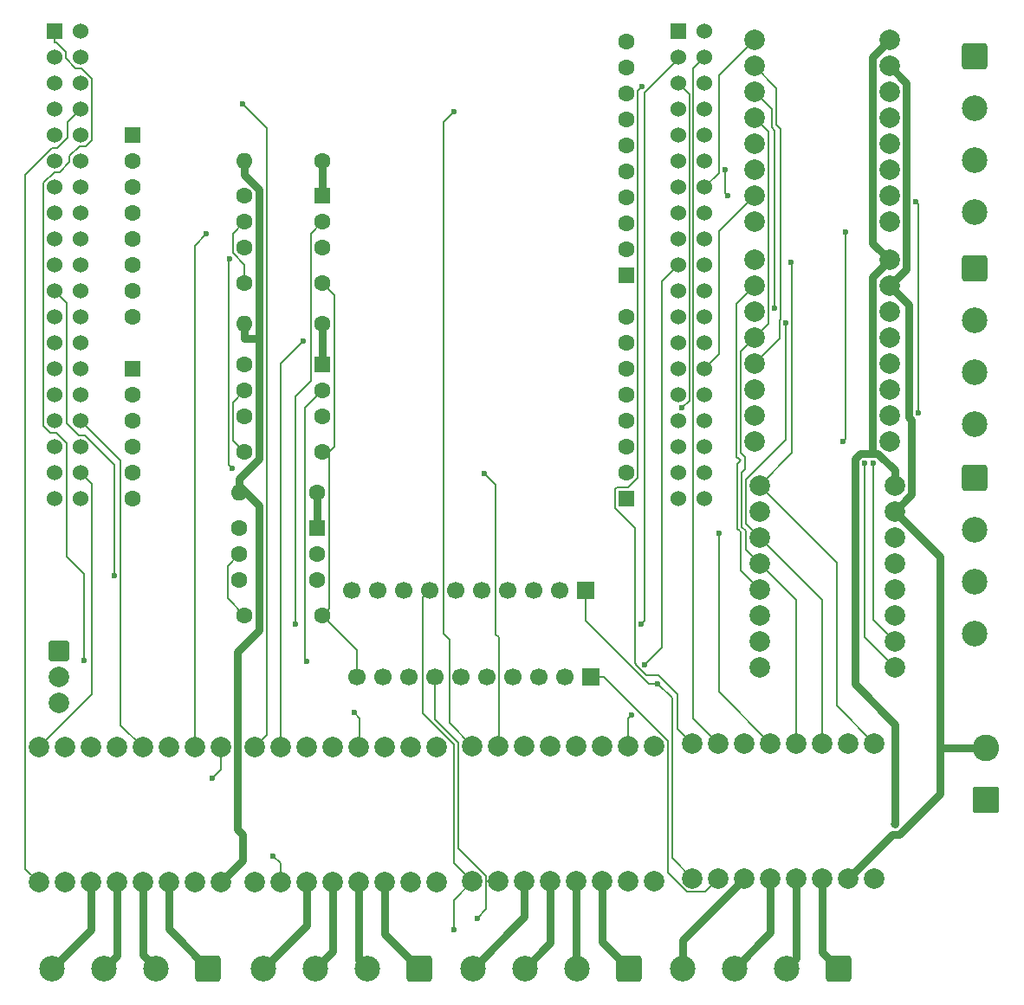
<source format=gbr>
%TF.GenerationSoftware,KiCad,Pcbnew,9.0.5*%
%TF.CreationDate,2025-10-28T11:21:23+01:00*%
%TF.ProjectId,wokringv1ar,776f6b72-696e-4677-9631-61722e6b6963,rev?*%
%TF.SameCoordinates,Original*%
%TF.FileFunction,Copper,L2,Bot*%
%TF.FilePolarity,Positive*%
%FSLAX46Y46*%
G04 Gerber Fmt 4.6, Leading zero omitted, Abs format (unit mm)*
G04 Created by KiCad (PCBNEW 9.0.5) date 2025-10-28 11:21:23*
%MOMM*%
%LPD*%
G01*
G04 APERTURE LIST*
G04 Aperture macros list*
%AMRoundRect*
0 Rectangle with rounded corners*
0 $1 Rounding radius*
0 $2 $3 $4 $5 $6 $7 $8 $9 X,Y pos of 4 corners*
0 Add a 4 corners polygon primitive as box body*
4,1,4,$2,$3,$4,$5,$6,$7,$8,$9,$2,$3,0*
0 Add four circle primitives for the rounded corners*
1,1,$1+$1,$2,$3*
1,1,$1+$1,$4,$5*
1,1,$1+$1,$6,$7*
1,1,$1+$1,$8,$9*
0 Add four rect primitives between the rounded corners*
20,1,$1+$1,$2,$3,$4,$5,0*
20,1,$1+$1,$4,$5,$6,$7,0*
20,1,$1+$1,$6,$7,$8,$9,0*
20,1,$1+$1,$8,$9,$2,$3,0*%
G04 Aperture macros list end*
%TA.AperFunction,ComponentPad*%
%ADD10RoundRect,0.250000X-1.000000X1.000000X-1.000000X-1.000000X1.000000X-1.000000X1.000000X1.000000X0*%
%TD*%
%TA.AperFunction,ComponentPad*%
%ADD11C,2.500000*%
%TD*%
%TA.AperFunction,ComponentPad*%
%ADD12R,1.605000X1.605000*%
%TD*%
%TA.AperFunction,ComponentPad*%
%ADD13C,1.605000*%
%TD*%
%TA.AperFunction,ComponentPad*%
%ADD14R,1.530000X1.530000*%
%TD*%
%TA.AperFunction,ComponentPad*%
%ADD15C,1.530000*%
%TD*%
%TA.AperFunction,ComponentPad*%
%ADD16C,2.000000*%
%TD*%
%TA.AperFunction,ComponentPad*%
%ADD17RoundRect,0.250000X1.000000X1.000000X-1.000000X1.000000X-1.000000X-1.000000X1.000000X-1.000000X0*%
%TD*%
%TA.AperFunction,ComponentPad*%
%ADD18RoundRect,0.250000X-0.750000X0.750000X-0.750000X-0.750000X0.750000X-0.750000X0.750000X0.750000X0*%
%TD*%
%TA.AperFunction,ComponentPad*%
%ADD19R,1.700000X1.700000*%
%TD*%
%TA.AperFunction,ComponentPad*%
%ADD20C,1.700000*%
%TD*%
%TA.AperFunction,ComponentPad*%
%ADD21RoundRect,0.250000X1.050000X-1.050000X1.050000X1.050000X-1.050000X1.050000X-1.050000X-1.050000X0*%
%TD*%
%TA.AperFunction,ComponentPad*%
%ADD22C,2.600000*%
%TD*%
%TA.AperFunction,ComponentPad*%
%ADD23RoundRect,0.250000X0.550000X0.550000X-0.550000X0.550000X-0.550000X-0.550000X0.550000X-0.550000X0*%
%TD*%
%TA.AperFunction,ComponentPad*%
%ADD24C,1.600000*%
%TD*%
%TA.AperFunction,ComponentPad*%
%ADD25O,1.600000X1.600000*%
%TD*%
%TA.AperFunction,ViaPad*%
%ADD26C,0.600000*%
%TD*%
%TA.AperFunction,ViaPad*%
%ADD27C,0.800000*%
%TD*%
%TA.AperFunction,Conductor*%
%ADD28C,0.200000*%
%TD*%
%TA.AperFunction,Conductor*%
%ADD29C,0.750000*%
%TD*%
G04 APERTURE END LIST*
D10*
%TO.P,MM6,1,Pin_1*%
%TO.N,/MOTOR6_A1*%
X181500000Y-79000000D03*
D11*
%TO.P,MM6,2,Pin_2*%
%TO.N,/MOTOR6_A2*%
X181500000Y-84080000D03*
%TO.P,MM6,3,Pin_3*%
%TO.N,/MOTOR6_B1*%
X181500000Y-89160000D03*
%TO.P,MM6,4,Pin_4*%
%TO.N,/MOTOR6_B2*%
X181500000Y-94240000D03*
%TD*%
D12*
%TO.P,U1,CN5_1,D8*%
%TO.N,unconnected-(U1F-D8-PadCN5_1)*%
X147500000Y-79740000D03*
D13*
%TO.P,U1,CN5_2,D9*%
%TO.N,unconnected-(U1F-D9-PadCN5_2)*%
X147500000Y-77200000D03*
%TO.P,U1,CN5_3,D10*%
%TO.N,unconnected-(U1F-D10-PadCN5_3)*%
X147500000Y-74660000D03*
%TO.P,U1,CN5_4,D11*%
%TO.N,unconnected-(U1F-D11-PadCN5_4)*%
X147500000Y-72120000D03*
%TO.P,U1,CN5_5,D12*%
%TO.N,unconnected-(U1F-D12-PadCN5_5)*%
X147500000Y-69580000D03*
%TO.P,U1,CN5_6,D13*%
%TO.N,unconnected-(U1F-D13-PadCN5_6)*%
X147500000Y-67040000D03*
%TO.P,U1,CN5_7,CN5_GND*%
%TO.N,unconnected-(U1F-CN5_GND-PadCN5_7)*%
X147500000Y-64500000D03*
%TO.P,U1,CN5_8,AREF*%
%TO.N,unconnected-(U1F-AREF-PadCN5_8)*%
X147500000Y-61960000D03*
%TO.P,U1,CN5_9,D14*%
%TO.N,unconnected-(U1F-D14-PadCN5_9)*%
X147500000Y-59420000D03*
%TO.P,U1,CN5_10,D15*%
%TO.N,unconnected-(U1F-D15-PadCN5_10)*%
X147500000Y-56880000D03*
D12*
%TO.P,U1,CN6_1*%
%TO.N,N/C*%
X99240000Y-66020000D03*
D13*
%TO.P,U1,CN6_2,CN6_IOREF*%
%TO.N,unconnected-(U1C-CN6_IOREF-PadCN6_2)*%
X99240000Y-68560000D03*
%TO.P,U1,CN6_3,CN6_RESET*%
%TO.N,unconnected-(U1C-CN6_RESET-PadCN6_3)*%
X99240000Y-71100000D03*
%TO.P,U1,CN6_4,CN6_+3V3*%
%TO.N,unconnected-(U1C-CN6_+3V3-PadCN6_4)*%
X99240000Y-73640000D03*
%TO.P,U1,CN6_5,CN6_+5V*%
%TO.N,unconnected-(U1C-CN6_+5V-PadCN6_5)*%
X99240000Y-76180000D03*
%TO.P,U1,CN6_6,CN6_GND*%
%TO.N,unconnected-(U1C-CN6_GND-PadCN6_6)*%
X99240000Y-78720000D03*
%TO.P,U1,CN6_7,CN6_GND__1*%
%TO.N,unconnected-(U1C-CN6_GND__1-PadCN6_7)*%
X99240000Y-81260000D03*
%TO.P,U1,CN6_8,CN6_VIN*%
%TO.N,unconnected-(U1C-CN6_VIN-PadCN6_8)*%
X99240000Y-83800000D03*
D14*
%TO.P,U1,CN7_1,PC10*%
%TO.N,DIR5*%
X91620000Y-55860000D03*
D15*
%TO.P,U1,CN7_2,PC11*%
%TO.N,DIR4*%
X94160000Y-55860000D03*
%TO.P,U1,CN7_3,PC12*%
%TO.N,DIR3*%
X91620000Y-58400000D03*
%TO.P,U1,CN7_4,PD2*%
%TO.N,DIR2*%
X94160000Y-58400000D03*
%TO.P,U1,CN7_5,VDD*%
%TO.N,unconnected-(U1A-VDD-PadCN7_5)*%
X91620000Y-60940000D03*
%TO.P,U1,CN7_6,E5V*%
%TO.N,unconnected-(U1A-E5V-PadCN7_6)*%
X94160000Y-60940000D03*
%TO.P,U1,CN7_7,BOOT0*%
%TO.N,unconnected-(U1A-BOOT0-PadCN7_7)*%
X91620000Y-63480000D03*
%TO.P,U1,CN7_8,CN7_GND*%
%TO.N,GND_IO*%
X94160000Y-63480000D03*
%TO.P,U1,CN7_9*%
%TO.N,N/C*%
X91620000Y-66020000D03*
%TO.P,U1,CN7_10*%
X94160000Y-66020000D03*
%TO.P,U1,CN7_11*%
X91620000Y-68560000D03*
%TO.P,U1,CN7_12,CN7_IOREF*%
%TO.N,unconnected-(U1A-CN7_IOREF-PadCN7_12)*%
X94160000Y-68560000D03*
%TO.P,U1,CN7_13,PA13*%
%TO.N,unconnected-(U1A-PA13-PadCN7_13)*%
X91620000Y-71100000D03*
%TO.P,U1,CN7_14,CN7_RESET*%
%TO.N,unconnected-(U1A-CN7_RESET-PadCN7_14)*%
X94160000Y-71100000D03*
%TO.P,U1,CN7_15,PA14*%
%TO.N,unconnected-(U1A-PA14-PadCN7_15)*%
X91620000Y-73640000D03*
%TO.P,U1,CN7_16,CN7_+3V3*%
%TO.N,VCC_IO*%
X94160000Y-73640000D03*
%TO.P,U1,CN7_17,PA15*%
%TO.N,unconnected-(U1A-PA15-PadCN7_17)*%
X91620000Y-76180000D03*
%TO.P,U1,CN7_18,CN7_+5V*%
%TO.N,unconnected-(U1A-CN7_+5V-PadCN7_18)*%
X94160000Y-76180000D03*
%TO.P,U1,CN7_19,CN7_GND__1*%
%TO.N,unconnected-(U1A-CN7_GND__1-PadCN7_19)*%
X91620000Y-78720000D03*
%TO.P,U1,CN7_20,CN7_GND__2*%
%TO.N,unconnected-(U1A-CN7_GND__2-PadCN7_20)*%
X94160000Y-78720000D03*
%TO.P,U1,CN7_21,PB7*%
%TO.N,LIMIT5_OUT*%
X91620000Y-81260000D03*
%TO.P,U1,CN7_22,CN7_GND__3*%
%TO.N,unconnected-(U1A-CN7_GND__3-PadCN7_22)*%
X94160000Y-81260000D03*
%TO.P,U1,CN7_23,PC13*%
%TO.N,LIMIT4_OUT*%
X91620000Y-83800000D03*
%TO.P,U1,CN7_24,CN7_VIN*%
%TO.N,unconnected-(U1A-CN7_VIN-PadCN7_24)*%
X94160000Y-83800000D03*
%TO.P,U1,CN7_25,PC14*%
%TO.N,LIMIT3*%
X91620000Y-86340000D03*
%TO.P,U1,CN7_26*%
%TO.N,N/C*%
X94160000Y-86340000D03*
%TO.P,U1,CN7_27,PC15*%
%TO.N,LIMIT2*%
X91620000Y-88880000D03*
%TO.P,U1,CN7_28,PA0*%
%TO.N,STEP3*%
X94160000Y-88880000D03*
%TO.P,U1,CN7_29,PH0*%
%TO.N,unconnected-(U1A-PH0-PadCN7_29)*%
X91620000Y-91420000D03*
%TO.P,U1,CN7_30,PA1*%
%TO.N,ENC1*%
X94160000Y-91420000D03*
%TO.P,U1,CN7_31,PH1*%
%TO.N,unconnected-(U1A-PH1-PadCN7_31)*%
X91620000Y-93960000D03*
%TO.P,U1,CN7_32,PA4*%
%TO.N,CSN*%
X94160000Y-93960000D03*
%TO.P,U1,CN7_33,VBAT*%
%TO.N,unconnected-(U1A-VBAT-PadCN7_33)*%
X91620000Y-96500000D03*
%TO.P,U1,CN7_34,PB0*%
%TO.N,ENC7*%
X94160000Y-96500000D03*
%TO.P,U1,CN7_35,PC2*%
%TO.N,ENC4*%
X91620000Y-99040000D03*
%TO.P,U1,CN7_36,PC1/PB9*%
%TO.N,DIR1*%
X94160000Y-99040000D03*
%TO.P,U1,CN7_37,PC3*%
%TO.N,ENC2*%
X91620000Y-101580000D03*
%TO.P,U1,CN7_38,PC0/PB8*%
%TO.N,LIMIT1_OUT*%
X94160000Y-101580000D03*
D12*
%TO.P,U1,CN8_1,A0*%
%TO.N,unconnected-(U1E-A0-PadCN8_1)*%
X99240000Y-88880000D03*
D13*
%TO.P,U1,CN8_2,A1*%
%TO.N,unconnected-(U1E-A1-PadCN8_2)*%
X99240000Y-91420000D03*
%TO.P,U1,CN8_3,A2*%
%TO.N,unconnected-(U1E-A2-PadCN8_3)*%
X99240000Y-93960000D03*
%TO.P,U1,CN8_4,A3*%
%TO.N,unconnected-(U1E-A3-PadCN8_4)*%
X99240000Y-96500000D03*
%TO.P,U1,CN8_5,A4*%
%TO.N,unconnected-(U1E-A4-PadCN8_5)*%
X99240000Y-99040000D03*
%TO.P,U1,CN8_6,A5*%
%TO.N,unconnected-(U1E-A5-PadCN8_6)*%
X99240000Y-101580000D03*
D12*
%TO.P,U1,CN9_1,D0*%
%TO.N,unconnected-(U1D-D0-PadCN9_1)*%
X147500000Y-101580000D03*
D13*
%TO.P,U1,CN9_2,D1*%
%TO.N,unconnected-(U1D-D1-PadCN9_2)*%
X147500000Y-99040000D03*
%TO.P,U1,CN9_3,D2*%
%TO.N,unconnected-(U1D-D2-PadCN9_3)*%
X147500000Y-96500000D03*
%TO.P,U1,CN9_4,D3*%
%TO.N,unconnected-(U1D-D3-PadCN9_4)*%
X147500000Y-93960000D03*
%TO.P,U1,CN9_5,D4*%
%TO.N,unconnected-(U1D-D4-PadCN9_5)*%
X147500000Y-91420000D03*
%TO.P,U1,CN9_6,D5*%
%TO.N,unconnected-(U1D-D5-PadCN9_6)*%
X147500000Y-88880000D03*
%TO.P,U1,CN9_7,D6*%
%TO.N,unconnected-(U1D-D6-PadCN9_7)*%
X147500000Y-86340000D03*
%TO.P,U1,CN9_8,D7*%
%TO.N,unconnected-(U1D-D7-PadCN9_8)*%
X147500000Y-83800000D03*
D14*
%TO.P,U1,CN10_1,PC9*%
%TO.N,unconnected-(U1B-PC9-PadCN10_1)*%
X152580000Y-55860000D03*
D15*
%TO.P,U1,CN10_2,PC8*%
%TO.N,unconnected-(U1B-PC8-PadCN10_2)*%
X155120000Y-55860000D03*
%TO.P,U1,CN10_3,PB8*%
%TO.N,STEP5*%
X152580000Y-58400000D03*
%TO.P,U1,CN10_4,PC6*%
%TO.N,STEP4*%
X155120000Y-58400000D03*
%TO.P,U1,CN10_5,PB9*%
%TO.N,STEP6*%
X152580000Y-60940000D03*
%TO.P,U1,CN10_6,PC5*%
%TO.N,ENC5*%
X155120000Y-60940000D03*
%TO.P,U1,CN10_7,AVDD*%
%TO.N,unconnected-(U1B-AVDD-PadCN10_7)*%
X152580000Y-63480000D03*
%TO.P,U1,CN10_8,U5V*%
%TO.N,unconnected-(U1B-U5V-PadCN10_8)*%
X155120000Y-63480000D03*
%TO.P,U1,CN10_9,CN10_GND*%
%TO.N,unconnected-(U1B-CN10_GND-PadCN10_9)*%
X152580000Y-66020000D03*
%TO.P,U1,CN10_10*%
%TO.N,N/C*%
X155120000Y-66020000D03*
%TO.P,U1,CN10_11,PA5*%
%TO.N,SCK*%
X152580000Y-68560000D03*
%TO.P,U1,CN10_12,PA12*%
%TO.N,DIR7*%
X155120000Y-68560000D03*
%TO.P,U1,CN10_13,PA6*%
%TO.N,MISO_OUT*%
X152580000Y-71100000D03*
%TO.P,U1,CN10_14,PA11*%
%TO.N,EN*%
X155120000Y-71100000D03*
%TO.P,U1,CN10_15,PA7*%
%TO.N,MOSI_OUT*%
X152580000Y-73640000D03*
%TO.P,U1,CN10_16,PB12*%
%TO.N,unconnected-(U1B-PB12-PadCN10_16)*%
X155120000Y-73640000D03*
%TO.P,U1,CN10_17,PB6*%
%TO.N,STEP2*%
X152580000Y-76180000D03*
%TO.P,U1,CN10_18*%
%TO.N,N/C*%
X155120000Y-76180000D03*
%TO.P,U1,CN10_19,PC7*%
%TO.N,STEP1*%
X152580000Y-78720000D03*
%TO.P,U1,CN10_20,CN10_GND__1*%
%TO.N,unconnected-(U1B-CN10_GND__1-PadCN10_20)*%
X155120000Y-78720000D03*
%TO.P,U1,CN10_21,PA9*%
%TO.N,unconnected-(U1B-PA9-PadCN10_21)*%
X152580000Y-81260000D03*
%TO.P,U1,CN10_22,PB2*%
%TO.N,unconnected-(U1B-PB2-PadCN10_22)*%
X155120000Y-81260000D03*
%TO.P,U1,CN10_23,PA8*%
%TO.N,unconnected-(U1B-PA8-PadCN10_23)*%
X152580000Y-83800000D03*
%TO.P,U1,CN10_24,PB1*%
%TO.N,ENC3*%
X155120000Y-83800000D03*
%TO.P,U1,CN10_25,PB10*%
%TO.N,unconnected-(U1B-PB10-PadCN10_25)*%
X152580000Y-86340000D03*
%TO.P,U1,CN10_26,PB15*%
%TO.N,unconnected-(U1B-PB15-PadCN10_26)*%
X155120000Y-86340000D03*
%TO.P,U1,CN10_27,PB4*%
%TO.N,unconnected-(U1B-PB4-PadCN10_27)*%
X152580000Y-88880000D03*
%TO.P,U1,CN10_28,PB14*%
%TO.N,STEP7*%
X155120000Y-88880000D03*
%TO.P,U1,CN10_29,PB5*%
%TO.N,LIMIT6*%
X152580000Y-91420000D03*
%TO.P,U1,CN10_30,PB13*%
%TO.N,unconnected-(U1B-PB13-PadCN10_30)*%
X155120000Y-91420000D03*
%TO.P,U1,CN10_31,PB3*%
%TO.N,unconnected-(U1B-PB3-PadCN10_31)*%
X152580000Y-93960000D03*
%TO.P,U1,CN10_32,AGND*%
%TO.N,unconnected-(U1B-AGND-PadCN10_32)*%
X155120000Y-93960000D03*
%TO.P,U1,CN10_33,PA10*%
%TO.N,DIR6*%
X152580000Y-96500000D03*
%TO.P,U1,CN10_34,PC4*%
%TO.N,ENC6*%
X155120000Y-96500000D03*
%TO.P,U1,CN10_35,PA2*%
%TO.N,unconnected-(U1B-PA2-PadCN10_35)*%
X152580000Y-99040000D03*
%TO.P,U1,CN10_36*%
%TO.N,N/C*%
X155120000Y-99040000D03*
%TO.P,U1,CN10_37,PA3*%
%TO.N,unconnected-(U1B-PA3-PadCN10_37)*%
X152580000Y-101580000D03*
%TO.P,U1,CN10_38*%
%TO.N,N/C*%
X155120000Y-101580000D03*
%TD*%
D16*
%TO.P,TMC2,1,EN*%
%TO.N,EN*%
X128930000Y-125896000D03*
%TO.P,TMC2,2,MOSI*%
%TO.N,Net-(TMC1-MISO)*%
X126390000Y-125896000D03*
%TO.P,TMC2,3,SCK*%
%TO.N,SCK*%
X123850000Y-125896000D03*
%TO.P,TMC2,4,CSN*%
%TO.N,CSN*%
X121310000Y-125896000D03*
%TO.P,TMC2,5,MISO*%
%TO.N,Net-(TMC2-MISO)*%
X118770000Y-125896000D03*
%TO.P,TMC2,6,CLK*%
%TO.N,unconnected-(TMC2-CLK-Pad6)*%
X116230000Y-125896000D03*
%TO.P,TMC2,7,STEP*%
%TO.N,STEP2*%
X113690000Y-125896000D03*
%TO.P,TMC2,8,DIR*%
%TO.N,DIR2*%
X111150000Y-125896000D03*
%TO.P,TMC2,9,VM*%
%TO.N,VM*%
X128930000Y-139104000D03*
%TO.P,TMC2,10,GND*%
%TO.N,GND*%
X126390000Y-139104000D03*
%TO.P,TMC2,11,A1*%
%TO.N,/MOTOR2_A1*%
X123850000Y-139104000D03*
%TO.P,TMC2,12,A2*%
%TO.N,/MOTOR2_A2*%
X121310000Y-139104000D03*
%TO.P,TMC2,13,B1*%
%TO.N,/MOTOR2_B1*%
X118770000Y-139104000D03*
%TO.P,TMC2,14,B2*%
%TO.N,/MOTOR2_B2*%
X116230000Y-139104000D03*
%TO.P,TMC2,15,VCC_IO*%
%TO.N,VCC_IO*%
X113690000Y-139104000D03*
%TO.P,TMC2,16,GND_IO*%
%TO.N,GND_IO*%
X111150000Y-139104000D03*
%TD*%
D17*
%TO.P,MM2,1,Pin_1*%
%TO.N,/MOTOR2_A1*%
X127240000Y-147500000D03*
D11*
%TO.P,MM2,2,Pin_2*%
%TO.N,/MOTOR2_A2*%
X122160000Y-147500000D03*
%TO.P,MM2,3,Pin_3*%
%TO.N,/MOTOR2_B1*%
X117080000Y-147500000D03*
%TO.P,MM2,4,Pin_4*%
%TO.N,/MOTOR2_B2*%
X112000000Y-147500000D03*
%TD*%
D18*
%TO.P,J1,1,Pin_1*%
%TO.N,LIMIT1_IN*%
X92000000Y-116500000D03*
D16*
%TO.P,J1,2,Pin_2*%
%TO.N,LIMIT4_IN*%
X92000000Y-119040000D03*
%TO.P,J1,3,Pin_3*%
%TO.N,LIMIT5_IN*%
X92000000Y-121580000D03*
%TD*%
%TO.P,TMC1,1,EN*%
%TO.N,EN*%
X107850000Y-125896000D03*
%TO.P,TMC1,2,MOSI*%
%TO.N,MOSI_OUT*%
X105310000Y-125896000D03*
%TO.P,TMC1,3,SCK*%
%TO.N,SCK*%
X102770000Y-125896000D03*
%TO.P,TMC1,4,CSN*%
%TO.N,CSN*%
X100230000Y-125896000D03*
%TO.P,TMC1,5,MISO*%
%TO.N,Net-(TMC1-MISO)*%
X97690000Y-125896000D03*
%TO.P,TMC1,6,CLK*%
%TO.N,unconnected-(TMC1-CLK-Pad6)*%
X95150000Y-125896000D03*
%TO.P,TMC1,7,STEP*%
%TO.N,STEP1*%
X92610000Y-125896000D03*
%TO.P,TMC1,8,DIR*%
%TO.N,DIR1*%
X90070000Y-125896000D03*
%TO.P,TMC1,9,VM*%
%TO.N,VM*%
X107850000Y-139104000D03*
%TO.P,TMC1,10,GND*%
%TO.N,GND*%
X105310000Y-139104000D03*
%TO.P,TMC1,11,A1*%
%TO.N,/MOTOR1_A1*%
X102770000Y-139104000D03*
%TO.P,TMC1,12,A2*%
%TO.N,/MOTOR1_A2*%
X100230000Y-139104000D03*
%TO.P,TMC1,13,B1*%
%TO.N,/MOTOR1_B1*%
X97690000Y-139104000D03*
%TO.P,TMC1,14,B2*%
%TO.N,/MOTOR1_B2*%
X95150000Y-139104000D03*
%TO.P,TMC1,15,VCC_IO*%
%TO.N,VCC_IO*%
X92610000Y-139104000D03*
%TO.P,TMC1,16,GND_IO*%
%TO.N,GND_IO*%
X90070000Y-139104000D03*
%TD*%
D10*
%TO.P,MM5,1,Pin_1*%
%TO.N,/MOTOR5_A1*%
X181500000Y-99500000D03*
D11*
%TO.P,MM5,2,Pin_2*%
%TO.N,/MOTOR5_A2*%
X181500000Y-104580000D03*
%TO.P,MM5,3,Pin_3*%
%TO.N,/MOTOR5_B1*%
X181500000Y-109660000D03*
%TO.P,MM5,4,Pin_4*%
%TO.N,/MOTOR5_B2*%
X181500000Y-114740000D03*
%TD*%
D10*
%TO.P,MM7,1,Pin_1*%
%TO.N,/MOTOR7_A1*%
X181500000Y-58260000D03*
D11*
%TO.P,MM7,2,Pin_2*%
%TO.N,/MOTOR7_A2*%
X181500000Y-63340000D03*
%TO.P,MM7,3,Pin_3*%
%TO.N,/MOTOR7_B1*%
X181500000Y-68420000D03*
%TO.P,MM7,4,Pin_4*%
%TO.N,/MOTOR7_B2*%
X181500000Y-73500000D03*
%TD*%
D16*
%TO.P,TMC3,1,EN*%
%TO.N,EN*%
X150240000Y-125792000D03*
%TO.P,TMC3,2,MOSI*%
%TO.N,Net-(TMC2-MISO)*%
X147700000Y-125792000D03*
%TO.P,TMC3,3,SCK*%
%TO.N,SCK*%
X145160000Y-125792000D03*
%TO.P,TMC3,4,CSN*%
%TO.N,CSN*%
X142620000Y-125792000D03*
%TO.P,TMC3,5,MISO*%
%TO.N,Net-(TMC3-MISO)*%
X140080000Y-125792000D03*
%TO.P,TMC3,6,CLK*%
%TO.N,unconnected-(TMC3-CLK-Pad6)*%
X137540000Y-125792000D03*
%TO.P,TMC3,7,STEP*%
%TO.N,STEP3*%
X135000000Y-125792000D03*
%TO.P,TMC3,8,DIR*%
%TO.N,DIR3*%
X132460000Y-125792000D03*
%TO.P,TMC3,9,VM*%
%TO.N,VM*%
X150240000Y-139000000D03*
%TO.P,TMC3,10,GND*%
%TO.N,GND*%
X147700000Y-139000000D03*
%TO.P,TMC3,11,A1*%
%TO.N,/MOTOR3_A1*%
X145160000Y-139000000D03*
%TO.P,TMC3,12,A2*%
%TO.N,/MOTOR3_A2*%
X142620000Y-139000000D03*
%TO.P,TMC3,13,B1*%
%TO.N,/MOTOR3_B1*%
X140080000Y-139000000D03*
%TO.P,TMC3,14,B2*%
%TO.N,/MOTOR3_B2*%
X137540000Y-139000000D03*
%TO.P,TMC3,15,VCC_IO*%
%TO.N,VCC_IO*%
X135000000Y-139000000D03*
%TO.P,TMC3,16,GND_IO*%
%TO.N,GND_IO*%
X132460000Y-139000000D03*
%TD*%
%TO.P,TMC5,1,EN*%
%TO.N,EN*%
X160500000Y-100260000D03*
%TO.P,TMC5,2,MOSI*%
%TO.N,Net-(TMC4-MISO)*%
X160500000Y-102800000D03*
%TO.P,TMC5,3,SCK*%
%TO.N,SCK*%
X160500000Y-105340000D03*
%TO.P,TMC5,4,CSN*%
%TO.N,CSN*%
X160500000Y-107880000D03*
%TO.P,TMC5,5,MISO*%
%TO.N,Net-(TMC5-MISO)*%
X160500000Y-110420000D03*
%TO.P,TMC5,6,CLK*%
%TO.N,unconnected-(TMC5-CLK-Pad6)*%
X160500000Y-112960000D03*
%TO.P,TMC5,7,STEP*%
%TO.N,STEP5*%
X160500000Y-115500000D03*
%TO.P,TMC5,8,DIR*%
%TO.N,DIR5*%
X160500000Y-118040000D03*
%TO.P,TMC5,9,VM*%
%TO.N,VM*%
X173708000Y-100260000D03*
%TO.P,TMC5,10,GND*%
%TO.N,GND*%
X173708000Y-102800000D03*
%TO.P,TMC5,11,A1*%
%TO.N,/MOTOR5_A1*%
X173708000Y-105340000D03*
%TO.P,TMC5,12,A2*%
%TO.N,/MOTOR5_A2*%
X173708000Y-107880000D03*
%TO.P,TMC5,13,B1*%
%TO.N,/MOTOR5_B1*%
X173708000Y-110420000D03*
%TO.P,TMC5,14,B2*%
%TO.N,/MOTOR5_B2*%
X173708000Y-112960000D03*
%TO.P,TMC5,15,VCC_IO*%
%TO.N,VCC_IO*%
X173708000Y-115500000D03*
%TO.P,TMC5,16,GND_IO*%
%TO.N,GND_IO*%
X173708000Y-118040000D03*
%TD*%
%TO.P,TMC7,1,EN*%
%TO.N,EN*%
X160000000Y-56720000D03*
%TO.P,TMC7,2,MOSI*%
%TO.N,Net-(TMC6-MISO)*%
X160000000Y-59260000D03*
%TO.P,TMC7,3,SCK*%
%TO.N,SCK*%
X160000000Y-61800000D03*
%TO.P,TMC7,4,CSN*%
%TO.N,CSN*%
X160000000Y-64340000D03*
%TO.P,TMC7,5,MISO*%
%TO.N,MISO_OUT*%
X160000000Y-66880000D03*
%TO.P,TMC7,6,CLK*%
%TO.N,unconnected-(TMC7-CLK-Pad6)*%
X160000000Y-69420000D03*
%TO.P,TMC7,7,STEP*%
%TO.N,STEP7*%
X160000000Y-71960000D03*
%TO.P,TMC7,8,DIR*%
%TO.N,DIR7*%
X160000000Y-74500000D03*
%TO.P,TMC7,9,VM*%
%TO.N,VM*%
X173208000Y-56720000D03*
%TO.P,TMC7,10,GND*%
%TO.N,GND*%
X173208000Y-59260000D03*
%TO.P,TMC7,11,A1*%
%TO.N,/MOTOR7_A1*%
X173208000Y-61800000D03*
%TO.P,TMC7,12,A2*%
%TO.N,/MOTOR7_A2*%
X173208000Y-64340000D03*
%TO.P,TMC7,13,B1*%
%TO.N,/MOTOR7_B1*%
X173208000Y-66880000D03*
%TO.P,TMC7,14,B2*%
%TO.N,/MOTOR7_B2*%
X173208000Y-69420000D03*
%TO.P,TMC7,15,VCC_IO*%
%TO.N,VCC_IO*%
X173208000Y-71960000D03*
%TO.P,TMC7,16,GND_IO*%
%TO.N,GND_IO*%
X173208000Y-74500000D03*
%TD*%
%TO.P,TMC4,1,EN*%
%TO.N,EN*%
X171740000Y-125500000D03*
%TO.P,TMC4,2,MOSI*%
%TO.N,Net-(TMC3-MISO)*%
X169200000Y-125500000D03*
%TO.P,TMC4,3,SCK*%
%TO.N,SCK*%
X166660000Y-125500000D03*
%TO.P,TMC4,4,CSN*%
%TO.N,CSN*%
X164120000Y-125500000D03*
%TO.P,TMC4,5,MISO*%
%TO.N,Net-(TMC4-MISO)*%
X161580000Y-125500000D03*
%TO.P,TMC4,6,CLK*%
%TO.N,unconnected-(TMC4-CLK-Pad6)*%
X159040000Y-125500000D03*
%TO.P,TMC4,7,STEP*%
%TO.N,STEP4*%
X156500000Y-125500000D03*
%TO.P,TMC4,8,DIR*%
%TO.N,DIR4*%
X153960000Y-125500000D03*
%TO.P,TMC4,9,VM*%
%TO.N,VM*%
X171740000Y-138708000D03*
%TO.P,TMC4,10,GND*%
%TO.N,GND*%
X169200000Y-138708000D03*
%TO.P,TMC4,11,A1*%
%TO.N,/MOTOR4_A1*%
X166660000Y-138708000D03*
%TO.P,TMC4,12,A2*%
%TO.N,/MOTOR4_A2*%
X164120000Y-138708000D03*
%TO.P,TMC4,13,B1*%
%TO.N,/MOTOR4_B1*%
X161580000Y-138708000D03*
%TO.P,TMC4,14,B2*%
%TO.N,/MOTOR4_B2*%
X159040000Y-138708000D03*
%TO.P,TMC4,15,VCC_IO*%
%TO.N,VCC_IO*%
X156500000Y-138708000D03*
%TO.P,TMC4,16,GND_IO*%
%TO.N,GND_IO*%
X153960000Y-138708000D03*
%TD*%
D17*
%TO.P,MM4,1,Pin_1*%
%TO.N,/MOTOR4_A1*%
X168240000Y-147500000D03*
D11*
%TO.P,MM4,2,Pin_2*%
%TO.N,/MOTOR4_A2*%
X163160000Y-147500000D03*
%TO.P,MM4,3,Pin_3*%
%TO.N,/MOTOR4_B1*%
X158080000Y-147500000D03*
%TO.P,MM4,4,Pin_4*%
%TO.N,/MOTOR4_B2*%
X153000000Y-147500000D03*
%TD*%
D16*
%TO.P,TMC6,1,EN*%
%TO.N,EN*%
X160000000Y-78220000D03*
%TO.P,TMC6,2,MOSI*%
%TO.N,Net-(TMC5-MISO)*%
X160000000Y-80760000D03*
%TO.P,TMC6,3,SCK*%
%TO.N,SCK*%
X160000000Y-83300000D03*
%TO.P,TMC6,4,CSN*%
%TO.N,CSN*%
X160000000Y-85840000D03*
%TO.P,TMC6,5,MISO*%
%TO.N,Net-(TMC6-MISO)*%
X160000000Y-88380000D03*
%TO.P,TMC6,6,CLK*%
%TO.N,unconnected-(TMC6-CLK-Pad6)*%
X160000000Y-90920000D03*
%TO.P,TMC6,7,STEP*%
%TO.N,STEP6*%
X160000000Y-93460000D03*
%TO.P,TMC6,8,DIR*%
%TO.N,DIR6*%
X160000000Y-96000000D03*
%TO.P,TMC6,9,VM*%
%TO.N,VM*%
X173208000Y-78220000D03*
%TO.P,TMC6,10,GND*%
%TO.N,GND*%
X173208000Y-80760000D03*
%TO.P,TMC6,11,A1*%
%TO.N,/MOTOR6_A1*%
X173208000Y-83300000D03*
%TO.P,TMC6,12,A2*%
%TO.N,/MOTOR6_A2*%
X173208000Y-85840000D03*
%TO.P,TMC6,13,B1*%
%TO.N,/MOTOR6_B1*%
X173208000Y-88380000D03*
%TO.P,TMC6,14,B2*%
%TO.N,/MOTOR6_B2*%
X173208000Y-90920000D03*
%TO.P,TMC6,15,VCC_IO*%
%TO.N,VCC_IO*%
X173208000Y-93460000D03*
%TO.P,TMC6,16,GND_IO*%
%TO.N,GND_IO*%
X173208000Y-96000000D03*
%TD*%
D19*
%TO.P,Encoder_MUX_VIO1,1,Pin_1*%
%TO.N,VCC_IO*%
X144040000Y-119045000D03*
D20*
%TO.P,Encoder_MUX_VIO1,2,Pin_2*%
X141500000Y-119045000D03*
%TO.P,Encoder_MUX_VIO1,3,Pin_3*%
X138960000Y-119045000D03*
%TO.P,Encoder_MUX_VIO1,4,Pin_4*%
X136420000Y-119045000D03*
%TO.P,Encoder_MUX_VIO1,5,Pin_5*%
X133880000Y-119045000D03*
%TO.P,Encoder_MUX_VIO1,6,Pin_6*%
X131340000Y-119045000D03*
%TO.P,Encoder_MUX_VIO1,7,Pin_7*%
X128800000Y-119045000D03*
%TO.P,Encoder_MUX_VIO1,8,Pin_8*%
X126260000Y-119045000D03*
%TO.P,Encoder_MUX_VIO1,9,Pin_9*%
X123720000Y-119045000D03*
%TO.P,Encoder_MUX_VIO1,10,Pin_10*%
X121180000Y-119045000D03*
%TD*%
D17*
%TO.P,MM3,1,Pin_1*%
%TO.N,/MOTOR3_A1*%
X147740000Y-147500000D03*
D11*
%TO.P,MM3,2,Pin_2*%
%TO.N,/MOTOR3_A2*%
X142660000Y-147500000D03*
%TO.P,MM3,3,Pin_3*%
%TO.N,/MOTOR3_B1*%
X137580000Y-147500000D03*
%TO.P,MM3,4,Pin_4*%
%TO.N,/MOTOR3_B2*%
X132500000Y-147500000D03*
%TD*%
D17*
%TO.P,MM1,1,Pin_1*%
%TO.N,/MOTOR1_A1*%
X106620000Y-147500000D03*
D11*
%TO.P,MM1,2,Pin_2*%
%TO.N,/MOTOR1_A2*%
X101540000Y-147500000D03*
%TO.P,MM1,3,Pin_3*%
%TO.N,/MOTOR1_B1*%
X96460000Y-147500000D03*
%TO.P,MM1,4,Pin_4*%
%TO.N,/MOTOR1_B2*%
X91380000Y-147500000D03*
%TD*%
D21*
%TO.P,PS1,1,Pin_1*%
%TO.N,VM*%
X182667500Y-131045000D03*
D22*
%TO.P,PS1,2,Pin_2*%
%TO.N,GND*%
X182667500Y-125965000D03*
%TD*%
D19*
%TO.P,Encoder_MUX_GND1,1,Pin_1*%
%TO.N,GND_IO*%
X143540000Y-110500000D03*
D20*
%TO.P,Encoder_MUX_GND1,2,Pin_2*%
X141000000Y-110500000D03*
%TO.P,Encoder_MUX_GND1,3,Pin_3*%
X138460000Y-110500000D03*
%TO.P,Encoder_MUX_GND1,4,Pin_4*%
X135920000Y-110500000D03*
%TO.P,Encoder_MUX_GND1,5,Pin_5*%
X133380000Y-110500000D03*
%TO.P,Encoder_MUX_GND1,6,Pin_6*%
X130840000Y-110500000D03*
%TO.P,Encoder_MUX_GND1,7,Pin_7*%
X128300000Y-110500000D03*
%TO.P,Encoder_MUX_GND1,8,Pin_8*%
X125760000Y-110500000D03*
%TO.P,Encoder_MUX_GND1,9,Pin_9*%
X123220000Y-110500000D03*
%TO.P,Encoder_MUX_GND1,10,Pin_10*%
X120680000Y-110500000D03*
%TD*%
D23*
%TO.P,OC1,1*%
%TO.N,/RIN_1*%
X117805000Y-71960000D03*
D24*
%TO.P,OC1,2*%
%TO.N,LIMIT1_IN*%
X117805000Y-74500000D03*
%TO.P,OC1,3,NC*%
%TO.N,unconnected-(OC1-NC-Pad3)*%
X117805000Y-77040000D03*
%TO.P,OC1,4*%
%TO.N,LIMIT1_OUT*%
X110185000Y-77040000D03*
%TO.P,OC1,5*%
%TO.N,Net-(OC1-Pad5)*%
X110185000Y-74500000D03*
%TO.P,OC1,6*%
%TO.N,unconnected-(OC1-Pad6)*%
X110185000Y-71960000D03*
%TD*%
%TO.P,R4,1*%
%TO.N,VCC_IO*%
X117810000Y-80500000D03*
%TO.P,R4,2*%
%TO.N,Net-(OC1-Pad5)*%
X110190000Y-80500000D03*
%TD*%
D23*
%TO.P,OC2,1*%
%TO.N,/RIN_2*%
X117805000Y-88460000D03*
D24*
%TO.P,OC2,2*%
%TO.N,LIMIT4_IN*%
X117805000Y-91000000D03*
%TO.P,OC2,3,NC*%
%TO.N,unconnected-(OC2-NC-Pad3)*%
X117805000Y-93540000D03*
%TO.P,OC2,4*%
%TO.N,LIMIT4_OUT*%
X110185000Y-93540000D03*
%TO.P,OC2,5*%
%TO.N,Net-(OC2-Pad5)*%
X110185000Y-91000000D03*
%TO.P,OC2,6*%
%TO.N,unconnected-(OC2-Pad6)*%
X110185000Y-88460000D03*
%TD*%
%TO.P,R3,1*%
%TO.N,/RIN_3*%
X117310000Y-101000000D03*
D25*
%TO.P,R3,2*%
%TO.N,VM*%
X109690000Y-101000000D03*
%TD*%
D24*
%TO.P,R2,1*%
%TO.N,/RIN_2*%
X117810000Y-84500000D03*
D25*
%TO.P,R2,2*%
%TO.N,VM*%
X110190000Y-84500000D03*
%TD*%
D24*
%TO.P,R5,1*%
%TO.N,VCC_IO*%
X117810000Y-97000000D03*
%TO.P,R5,2*%
%TO.N,Net-(OC2-Pad5)*%
X110190000Y-97000000D03*
%TD*%
D23*
%TO.P,OC3,1*%
%TO.N,/RIN_3*%
X117305000Y-104460000D03*
D24*
%TO.P,OC3,2*%
%TO.N,LIMIT5_IN*%
X117305000Y-107000000D03*
%TO.P,OC3,3,NC*%
%TO.N,unconnected-(OC3-NC-Pad3)*%
X117305000Y-109540000D03*
%TO.P,OC3,4*%
%TO.N,LIMIT5_OUT*%
X109685000Y-109540000D03*
%TO.P,OC3,5*%
%TO.N,Net-(OC3-Pad5)*%
X109685000Y-107000000D03*
%TO.P,OC3,6*%
%TO.N,unconnected-(OC3-Pad6)*%
X109685000Y-104460000D03*
%TD*%
%TO.P,R6,1*%
%TO.N,VCC_IO*%
X117810000Y-113000000D03*
%TO.P,R6,2*%
%TO.N,Net-(OC3-Pad5)*%
X110190000Y-113000000D03*
%TD*%
%TO.P,R1,1*%
%TO.N,/RIN_1*%
X117810000Y-68500000D03*
D25*
%TO.P,R1,2*%
%TO.N,VM*%
X110190000Y-68500000D03*
%TD*%
D26*
%TO.N,EN*%
X163598000Y-78448900D03*
X107056000Y-128871000D03*
%TO.N,LIMIT1_IN*%
X115111000Y-113814000D03*
%TO.N,LIMIT4_IN*%
X116291000Y-117486000D03*
D27*
%TO.N,VM*%
X173756000Y-133361000D03*
X110003000Y-134444000D03*
D26*
%TO.N,GND_IO*%
X130633000Y-143724000D03*
X150585000Y-119649000D03*
X170812000Y-98056100D03*
X168945000Y-75501800D03*
X168670000Y-96014800D03*
%TO.N,SCK*%
X163085000Y-84343100D03*
X161955000Y-82938600D03*
%TO.N,VCC_IO*%
X171650000Y-98059400D03*
X112950000Y-136503000D03*
X132893000Y-142589000D03*
X175769000Y-72554700D03*
X176011000Y-93184400D03*
%TO.N,DIR4*%
X149046000Y-61231200D03*
%TO.N,CSN*%
X120896000Y-122476000D03*
%TO.N,DIR5*%
X94477400Y-117417000D03*
%TO.N,STEP5*%
X148943000Y-113814000D03*
%TO.N,STEP6*%
X152925000Y-92690000D03*
%TO.N,DIR7*%
X157441000Y-71951600D03*
X157127000Y-69409600D03*
%TO.N,STEP1*%
X149282000Y-117786000D03*
%TO.N,STEP2*%
X115898000Y-86114800D03*
%TO.N,DIR2*%
X110003000Y-62926600D03*
%TO.N,STEP3*%
X133580000Y-99078600D03*
%TO.N,DIR3*%
X130633000Y-63713400D03*
%TO.N,LIMIT1_OUT*%
X108989000Y-98591300D03*
X108722000Y-78100300D03*
%TO.N,MOSI_OUT*%
X106429000Y-75681900D03*
%TO.N,Net-(TMC2-MISO)*%
X148008000Y-122734000D03*
%TO.N,Net-(TMC4-MISO)*%
X156519000Y-104973000D03*
%TO.N,LIMIT5_OUT*%
X97452000Y-109094000D03*
%TD*%
D28*
%TO.N,EN*%
X156526000Y-69694400D02*
X155120000Y-71100000D01*
X163687000Y-78537500D02*
X163598000Y-78448900D01*
X160500000Y-100260000D02*
X163687000Y-97073000D01*
X168070000Y-107830000D02*
X160500000Y-100260000D01*
X156526000Y-60194400D02*
X156526000Y-69694400D01*
X171740000Y-125500000D02*
X168070000Y-121830000D01*
X107850000Y-125896000D02*
X107850000Y-128078000D01*
X163687000Y-97073000D02*
X163687000Y-78537500D01*
X168070000Y-121830000D02*
X168070000Y-107830000D01*
X107850000Y-128078000D02*
X107056000Y-128871000D01*
X160000000Y-56720000D02*
X156526000Y-60194400D01*
X163687000Y-78448900D02*
X163598000Y-78448900D01*
X163598000Y-78448900D02*
X163687000Y-78448900D01*
%TO.N,LIMIT1_IN*%
X115111000Y-91554400D02*
X115111000Y-113814000D01*
X116652000Y-90012800D02*
X115111000Y-91554400D01*
X117805000Y-74500000D02*
X116652000Y-75652700D01*
X116652000Y-75652700D02*
X116652000Y-90012800D01*
%TO.N,LIMIT4_IN*%
X116098000Y-117293000D02*
X116291000Y-117486000D01*
X116098000Y-92706600D02*
X116098000Y-117293000D01*
X117805000Y-91000000D02*
X116098000Y-92706600D01*
D29*
%TO.N,VM*%
X173708000Y-100260000D02*
X173708000Y-98806800D01*
X110003000Y-136951000D02*
X110003000Y-134444000D01*
X109500000Y-116582000D02*
X109500000Y-133940000D01*
X171579000Y-76590700D02*
X173208000Y-78220000D01*
X173208000Y-56720000D02*
X171579000Y-58349300D01*
X110190000Y-68500000D02*
X110190000Y-69926700D01*
X173756000Y-133361000D02*
X173756000Y-123629000D01*
X111630000Y-114452000D02*
X109500000Y-116582000D01*
X173208000Y-78220000D02*
X171580000Y-79847800D01*
X173756000Y-123629000D02*
X169835000Y-119708000D01*
X109690000Y-100334000D02*
X109690000Y-99573300D01*
X111630000Y-102274000D02*
X111630000Y-114452000D01*
X109690000Y-99573300D02*
X111622000Y-97641600D01*
X169835000Y-119708000D02*
X169835000Y-113082000D01*
X110190000Y-84500000D02*
X110190000Y-85926700D01*
X171579000Y-58349300D02*
X171579000Y-76590700D01*
X111622000Y-85926700D02*
X110190000Y-85926700D01*
X111622000Y-97641600D02*
X111622000Y-85926700D01*
X170379000Y-97117600D02*
X171580000Y-97117600D01*
X111622000Y-71358400D02*
X111622000Y-85926700D01*
X107850000Y-139104000D02*
X110003000Y-136951000D01*
X109690000Y-101000000D02*
X109690000Y-100334000D01*
X171580000Y-79847800D02*
X171580000Y-97117600D01*
X109690000Y-100334000D02*
X111630000Y-102274000D01*
X110190000Y-69926700D02*
X111622000Y-71358400D01*
X173708000Y-98806800D02*
X172019000Y-97117600D01*
X172019000Y-97117600D02*
X171580000Y-97117600D01*
X109500000Y-133940000D02*
X110003000Y-134444000D01*
X169834000Y-113080000D02*
X169834000Y-97663400D01*
X169834000Y-97663400D02*
X170379000Y-97117600D01*
X169835000Y-113082000D02*
X169834000Y-113080000D01*
D28*
%TO.N,GND_IO*%
X130643000Y-125594000D02*
X127626000Y-122577000D01*
X151956000Y-136704000D02*
X153960000Y-138708000D01*
X130633000Y-143724000D02*
X130633000Y-140827000D01*
X130633000Y-140827000D02*
X132460000Y-139000000D01*
X168945000Y-95739300D02*
X168670000Y-96014800D01*
X91858900Y-67290000D02*
X91369900Y-67290000D01*
X88764100Y-69895800D02*
X88764100Y-137798000D01*
X92890000Y-66258900D02*
X91858900Y-67290000D01*
X143540000Y-110500000D02*
X143540000Y-111652000D01*
X151956000Y-121020000D02*
X151956000Y-136704000D01*
X130643000Y-137183000D02*
X130643000Y-125594000D01*
X127626000Y-122577000D02*
X127626000Y-111174000D01*
X127626000Y-111174000D02*
X128300000Y-110500000D01*
X91369900Y-67290000D02*
X88764100Y-69895800D01*
X92890000Y-64750000D02*
X92890000Y-66258900D01*
X170812000Y-98056100D02*
X170812000Y-115144000D01*
X94160000Y-63480000D02*
X92890000Y-64750000D01*
X88764100Y-137798000D02*
X90070000Y-139104000D01*
X143540000Y-111652000D02*
X143540000Y-113467000D01*
X168945000Y-75501800D02*
X168945000Y-95739300D01*
X132460000Y-139000000D02*
X130643000Y-137183000D01*
X170812000Y-115144000D02*
X173708000Y-118040000D01*
X150585000Y-119649000D02*
X151956000Y-121020000D01*
X143540000Y-113467000D02*
X149722000Y-119649000D01*
X149722000Y-119649000D02*
X150585000Y-119649000D01*
%TO.N,SCK*%
X160000000Y-61800000D02*
X161677000Y-63476800D01*
X159197000Y-99711300D02*
X163085000Y-95822900D01*
X161955000Y-65539500D02*
X161955000Y-83065600D01*
X160500000Y-105340000D02*
X159197000Y-104037000D01*
X163085000Y-95822900D02*
X163085000Y-84343100D01*
X161955000Y-83065600D02*
X161955000Y-82938600D01*
X159197000Y-104037000D02*
X159197000Y-99711300D01*
X166660000Y-125500000D02*
X166660000Y-111500000D01*
X161677000Y-63476800D02*
X161677000Y-65260900D01*
X166660000Y-111500000D02*
X160500000Y-105340000D01*
X161677000Y-65260900D02*
X161955000Y-65539500D01*
%TO.N,VCC_IO*%
X175769000Y-72554700D02*
X176011000Y-72796700D01*
X118992000Y-81681900D02*
X118992000Y-96482900D01*
X118475000Y-97000000D02*
X117810000Y-97000000D01*
X113690000Y-137242000D02*
X113690000Y-139104000D01*
X117810000Y-80500000D02*
X118992000Y-81681900D01*
X155187000Y-140021000D02*
X153422000Y-140021000D01*
X118475000Y-112335000D02*
X117810000Y-113000000D01*
X132893000Y-142589000D02*
X133762000Y-141720000D01*
X121180000Y-116370000D02*
X121180000Y-119045000D01*
X156500000Y-138708000D02*
X155187000Y-140021000D01*
X153422000Y-140021000D02*
X151547000Y-138146000D01*
X118475000Y-97000000D02*
X118475000Y-112335000D01*
X133762000Y-138461000D02*
X131102000Y-135801000D01*
X133762000Y-141720000D02*
X133762000Y-139000000D01*
X176011000Y-72796700D02*
X176011000Y-93184400D01*
X133762000Y-139000000D02*
X133762000Y-138461000D01*
X133762000Y-139000000D02*
X135000000Y-139000000D01*
X117810000Y-113000000D02*
X121180000Y-116370000D01*
X128800000Y-123142000D02*
X128800000Y-119045000D01*
X171650000Y-98059400D02*
X171650000Y-113442000D01*
X151547000Y-138146000D02*
X151547000Y-125258000D01*
X112950000Y-136503000D02*
X113690000Y-137242000D01*
X151547000Y-125258000D02*
X145334000Y-119045000D01*
X171650000Y-113442000D02*
X173708000Y-115500000D01*
X131102000Y-135801000D02*
X131102000Y-125443000D01*
X118992000Y-96482900D02*
X118475000Y-97000000D01*
X131102000Y-125443000D02*
X128800000Y-123142000D01*
X145334000Y-119045000D02*
X144040000Y-119045000D01*
D29*
%TO.N,GND*%
X178120000Y-107212000D02*
X178120000Y-125965000D01*
X169200000Y-138708000D02*
X173520000Y-134388000D01*
X182668000Y-125965000D02*
X178120000Y-125965000D01*
X173520000Y-134388000D02*
X174182000Y-134388000D01*
X175335000Y-101173000D02*
X173708000Y-102800000D01*
X175085000Y-82636700D02*
X175085000Y-93568200D01*
X175335000Y-93818200D02*
X175335000Y-101173000D01*
X174843000Y-79125300D02*
X173208000Y-80760000D01*
X175085000Y-93568200D02*
X175335000Y-93818200D01*
X173208000Y-59260000D02*
X174843000Y-60894700D01*
X174182000Y-134388000D02*
X178120000Y-130449000D01*
X174843000Y-60894700D02*
X174843000Y-79125300D01*
X178120000Y-130449000D02*
X178120000Y-125965000D01*
X173708000Y-102800000D02*
X178120000Y-107212000D01*
X173208000Y-80760000D02*
X175085000Y-82636700D01*
D28*
%TO.N,DIR4*%
X148604000Y-61672800D02*
X148604000Y-99531100D01*
X148604000Y-99531100D02*
X147660000Y-100476000D01*
X148341000Y-104453000D02*
X148341000Y-117618000D01*
X152509000Y-120688000D02*
X152509000Y-124049000D01*
X146572000Y-100476000D02*
X146396000Y-100652000D01*
X146396000Y-102508000D02*
X148341000Y-104453000D01*
X148444000Y-117803000D02*
X149443000Y-118802000D01*
X147660000Y-100476000D02*
X146572000Y-100476000D01*
X148444000Y-117720000D02*
X148444000Y-117803000D01*
X149046000Y-61231200D02*
X148604000Y-61672800D01*
X146396000Y-100652000D02*
X146396000Y-102508000D01*
X148341000Y-117618000D02*
X148444000Y-117720000D01*
X150623000Y-118802000D02*
X152509000Y-120688000D01*
X149443000Y-118802000D02*
X150623000Y-118802000D01*
X152509000Y-124049000D02*
X153960000Y-125500000D01*
%TO.N,STEP4*%
X154053000Y-123053000D02*
X156500000Y-125500000D01*
X154053000Y-59466700D02*
X154053000Y-123053000D01*
X155120000Y-58400000D02*
X154053000Y-59466700D01*
%TO.N,CSN*%
X158745000Y-98993500D02*
X158745000Y-104332000D01*
X121457000Y-125896000D02*
X121457000Y-123037000D01*
X158745000Y-104332000D02*
X159147000Y-104734000D01*
X161354000Y-65693700D02*
X161354000Y-84486300D01*
X159097000Y-97496300D02*
X159097000Y-98642000D01*
X160000000Y-64340000D02*
X161354000Y-65693700D01*
X164120000Y-125500000D02*
X164120000Y-111500000D01*
X158696000Y-97095700D02*
X159097000Y-97496300D01*
X121457000Y-125896000D02*
X121604000Y-125896000D01*
X121457000Y-123037000D02*
X120896000Y-122476000D01*
X100230000Y-125896000D02*
X98053700Y-123720000D01*
X160000000Y-85840000D02*
X158696000Y-87143900D01*
X158696000Y-87143900D02*
X158696000Y-97095700D01*
X161354000Y-84486300D02*
X160000000Y-85840000D01*
X159147000Y-104734000D02*
X159147000Y-106527000D01*
X164120000Y-111500000D02*
X160500000Y-107880000D01*
X98053700Y-97853700D02*
X94160000Y-93960000D01*
X121310000Y-125896000D02*
X121457000Y-125896000D01*
X159147000Y-106527000D02*
X160500000Y-107880000D01*
X98053700Y-123720000D02*
X98053700Y-97853700D01*
X159097000Y-98642000D02*
X158745000Y-98993500D01*
%TO.N,DIR5*%
X93093300Y-68654700D02*
X92121300Y-69626700D01*
X94078000Y-67086700D02*
X93093300Y-68071400D01*
X93685900Y-59466700D02*
X94253600Y-59466700D01*
X91753500Y-56926700D02*
X92686700Y-57859900D01*
X93093300Y-68071400D02*
X93093300Y-68654700D01*
X94477400Y-108903000D02*
X94477400Y-117417000D01*
X90544900Y-94458100D02*
X91200500Y-95113700D01*
X92686700Y-57859900D02*
X92686700Y-58467500D01*
X95268100Y-66487400D02*
X94668800Y-67086700D01*
X95268100Y-60481200D02*
X95268100Y-66487400D01*
X91620000Y-56926700D02*
X91753500Y-56926700D01*
X91810600Y-95113700D02*
X92827300Y-96130400D01*
X94253600Y-59466700D02*
X95268100Y-60481200D01*
X92827300Y-96130400D02*
X92827300Y-107253000D01*
X92121300Y-69626700D02*
X91582700Y-69626700D01*
X91620000Y-55860000D02*
X91620000Y-56926700D01*
X92686700Y-58467500D02*
X93685900Y-59466700D01*
X94668800Y-67086700D02*
X94078000Y-67086700D01*
X90544900Y-70664500D02*
X90544900Y-94458100D01*
X91200500Y-95113700D02*
X91810600Y-95113700D01*
X91582700Y-69626700D02*
X90544900Y-70664500D01*
X92827300Y-107253000D02*
X94477400Y-108903000D01*
%TO.N,STEP5*%
X149282000Y-113475000D02*
X149282000Y-61884800D01*
X148943000Y-113814000D02*
X149282000Y-113475000D01*
X152580000Y-58586500D02*
X152580000Y-58400000D01*
X149282000Y-61884800D02*
X152580000Y-58586500D01*
%TO.N,STEP6*%
X152580000Y-60940000D02*
X153652000Y-62011600D01*
X153652000Y-91963300D02*
X152925000Y-92690000D01*
X153652000Y-62011600D02*
X153652000Y-91963300D01*
%TO.N,STEP7*%
X156595000Y-87405200D02*
X155120000Y-88880000D01*
X156595000Y-75365100D02*
X156595000Y-87405200D01*
X160000000Y-71960000D02*
X156595000Y-75365100D01*
%TO.N,DIR7*%
X157127000Y-71638100D02*
X157441000Y-71951600D01*
X157127000Y-69409600D02*
X157127000Y-71638100D01*
%TO.N,DIR1*%
X94160000Y-99040000D02*
X95260500Y-100140000D01*
X95260500Y-100140000D02*
X95260500Y-120706000D01*
X95260500Y-120706000D02*
X90070000Y-125896000D01*
%TO.N,STEP1*%
X149282000Y-117786000D02*
X150982000Y-116086000D01*
X150982000Y-116086000D02*
X150982000Y-80317900D01*
X150982000Y-80317900D02*
X152580000Y-78720000D01*
%TO.N,STEP2*%
X113690000Y-88322300D02*
X113690000Y-125896000D01*
X115898000Y-86114800D02*
X113690000Y-88322300D01*
%TO.N,DIR2*%
X112390000Y-65313100D02*
X112390000Y-124656000D01*
X110003000Y-62926600D02*
X112390000Y-65313100D01*
X112390000Y-124656000D02*
X111150000Y-125896000D01*
%TO.N,STEP3*%
X135032000Y-115104000D02*
X134746000Y-114818000D01*
X135032000Y-125760000D02*
X135032000Y-115104000D01*
X134746000Y-114818000D02*
X134746000Y-100244000D01*
X135000000Y-125792000D02*
X135032000Y-125760000D01*
X134746000Y-100244000D02*
X133580000Y-99078600D01*
%TO.N,DIR3*%
X129647000Y-64699100D02*
X130633000Y-63713400D01*
X132460000Y-125792000D02*
X130188000Y-123520000D01*
X129647000Y-114800000D02*
X129647000Y-64699100D01*
X130188000Y-115341000D02*
X129647000Y-114800000D01*
X130188000Y-123520000D02*
X130188000Y-115341000D01*
%TO.N,LIMIT1_OUT*%
X108631000Y-78191700D02*
X108631000Y-98233000D01*
X108722000Y-78100300D02*
X108631000Y-78191700D01*
X108631000Y-98233000D02*
X108989000Y-98591300D01*
%TO.N,MOSI_OUT*%
X106429000Y-75681900D02*
X105310000Y-76801100D01*
X105310000Y-76801100D02*
X105310000Y-125896000D01*
%TO.N,Net-(TMC2-MISO)*%
X147700000Y-123042000D02*
X148008000Y-122734000D01*
X147700000Y-125792000D02*
X147700000Y-123042000D01*
%TO.N,Net-(TMC4-MISO)*%
X156519000Y-120439000D02*
X156519000Y-104973000D01*
X161580000Y-125500000D02*
X156519000Y-120439000D01*
%TO.N,Net-(TMC5-MISO)*%
X158694000Y-104849000D02*
X158694000Y-108614000D01*
X158344000Y-98211900D02*
X158344000Y-104499000D01*
X160000000Y-80760000D02*
X158289000Y-82471400D01*
X158528000Y-97695300D02*
X158694000Y-97861600D01*
X158289000Y-82471400D02*
X158289000Y-97456400D01*
X158579000Y-104734000D02*
X158694000Y-104849000D01*
X158694000Y-108614000D02*
X160500000Y-110420000D01*
X158289000Y-97456400D02*
X158528000Y-97695300D01*
X158528000Y-97695300D02*
X158694000Y-97861600D01*
X158344000Y-104499000D02*
X158579000Y-104734000D01*
X158579000Y-104734000D02*
X158694000Y-104849000D01*
X158694000Y-97861600D02*
X158344000Y-98211900D01*
%TO.N,Net-(TMC6-MISO)*%
X162170000Y-61430500D02*
X160000000Y-59260000D01*
X162484000Y-85896400D02*
X160000000Y-88380000D01*
X162337000Y-65152700D02*
X162170000Y-64986400D01*
X162170000Y-64986400D02*
X162170000Y-61430500D01*
X162572000Y-84005400D02*
X162484000Y-84094000D01*
X162572000Y-65388100D02*
X162572000Y-84005400D01*
X162337000Y-65152700D02*
X162170000Y-64986400D01*
X162337000Y-65152700D02*
X162572000Y-65388100D01*
X162484000Y-84094000D02*
X162484000Y-85896400D01*
D29*
%TO.N,/MOTOR1_A1*%
X102770000Y-143650000D02*
X106620000Y-147500000D01*
X102770000Y-139104000D02*
X102770000Y-143650000D01*
%TO.N,/MOTOR1_A2*%
X100230000Y-146190000D02*
X100230000Y-139104000D01*
X101540000Y-147500000D02*
X100230000Y-146190000D01*
%TO.N,/MOTOR1_B1*%
X97690000Y-139104000D02*
X97690000Y-146270000D01*
X97690000Y-146270000D02*
X96460000Y-147500000D01*
%TO.N,/MOTOR1_B2*%
X95150000Y-143730000D02*
X95150000Y-139104000D01*
X91380000Y-147500000D02*
X95150000Y-143730000D01*
%TO.N,/MOTOR2_A1*%
X123850000Y-144110000D02*
X123850000Y-139104000D01*
X127240000Y-147500000D02*
X123850000Y-144110000D01*
%TO.N,/MOTOR2_B2*%
X116230000Y-143270000D02*
X112000000Y-147500000D01*
X116230000Y-139104000D02*
X116230000Y-143270000D01*
%TO.N,/MOTOR2_A2*%
X121310000Y-139104000D02*
X121310000Y-146650000D01*
X121310000Y-146650000D02*
X122160000Y-147500000D01*
%TO.N,/MOTOR2_B1*%
X118770000Y-145810000D02*
X117080000Y-147500000D01*
X118770000Y-139104000D02*
X118770000Y-145810000D01*
%TO.N,/MOTOR3_B2*%
X132500000Y-147500000D02*
X137540000Y-142460000D01*
X137540000Y-142460000D02*
X137540000Y-139000000D01*
%TO.N,/MOTOR3_A1*%
X145160000Y-144920000D02*
X145160000Y-139000000D01*
X147740000Y-147500000D02*
X145160000Y-144920000D01*
%TO.N,/MOTOR3_B1*%
X140080000Y-145000000D02*
X140080000Y-139000000D01*
X137580000Y-147500000D02*
X140080000Y-145000000D01*
%TO.N,/MOTOR3_A2*%
X142620000Y-147460000D02*
X142620000Y-139000000D01*
X142660000Y-147500000D02*
X142620000Y-147460000D01*
%TO.N,/MOTOR4_A2*%
X164120000Y-146540000D02*
X164120000Y-138708000D01*
X163160000Y-147500000D02*
X164120000Y-146540000D01*
%TO.N,/MOTOR4_B2*%
X153000000Y-144748000D02*
X153000000Y-147500000D01*
X159040000Y-138708000D02*
X153000000Y-144748000D01*
%TO.N,/MOTOR4_B1*%
X158080000Y-147500000D02*
X161580000Y-144000000D01*
X161580000Y-144000000D02*
X161580000Y-138708000D01*
%TO.N,/MOTOR4_A1*%
X168240000Y-147500000D02*
X166660000Y-145920000D01*
X166660000Y-145920000D02*
X166660000Y-138708000D01*
%TO.N,/RIN_1*%
X117810000Y-71955000D02*
X117810000Y-68500000D01*
X117805000Y-71960000D02*
X117810000Y-71955000D01*
%TO.N,/RIN_3*%
X117310000Y-104455000D02*
X117310000Y-101000000D01*
X117305000Y-104460000D02*
X117310000Y-104455000D01*
%TO.N,/RIN_2*%
X117810000Y-84500000D02*
X117810000Y-88455000D01*
X117810000Y-88455000D02*
X117805000Y-88460000D01*
D28*
%TO.N,LIMIT5_OUT*%
X97452000Y-109094000D02*
X97452000Y-98283400D01*
X94540200Y-95371600D02*
X93982300Y-95371600D01*
X92805900Y-82445900D02*
X91620000Y-81260000D01*
X92805900Y-94195200D02*
X92805900Y-82445900D01*
X93982300Y-95371600D02*
X92805900Y-94195200D01*
X97452000Y-98283400D02*
X94540200Y-95371600D01*
%TO.N,Net-(OC1-Pad5)*%
X109015000Y-75669800D02*
X110185000Y-74500000D01*
X110190000Y-78716900D02*
X109015000Y-77542100D01*
X109015000Y-77542100D02*
X109015000Y-75669800D01*
X110190000Y-80500000D02*
X110190000Y-78716900D01*
%TO.N,Net-(OC2-Pad5)*%
X110185000Y-91000000D02*
X109059000Y-92126200D01*
X109059000Y-92126200D02*
X109059000Y-95868800D01*
X109059000Y-95868800D02*
X110190000Y-97000000D01*
%TO.N,Net-(OC3-Pad5)*%
X108515000Y-111325000D02*
X108515000Y-108170000D01*
X108515000Y-108170000D02*
X109685000Y-107000000D01*
X110190000Y-113000000D02*
X108515000Y-111325000D01*
%TD*%
M02*

</source>
